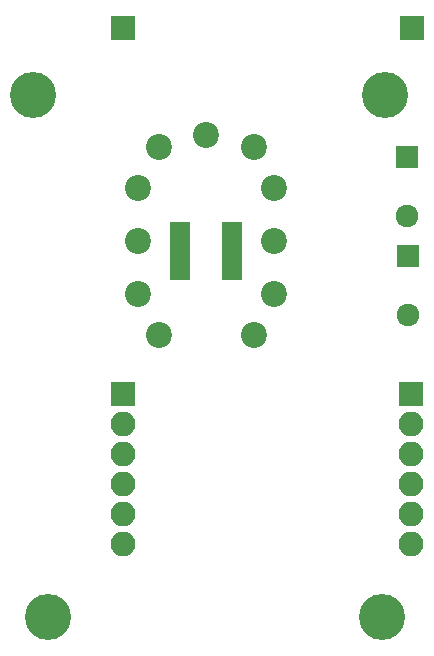
<source format=gts>
%TF.GenerationSoftware,KiCad,Pcbnew,4.0.7*%
%TF.CreationDate,2017-11-22T17:51:59+08:00*%
%TF.ProjectId,NixieTube_QS27,4E69786965547562655F515332372E6B,rev?*%
%TF.FileFunction,Soldermask,Top*%
%FSLAX46Y46*%
G04 Gerber Fmt 4.6, Leading zero omitted, Abs format (unit mm)*
G04 Created by KiCad (PCBNEW 4.0.7) date 11/22/17 17:51:59*
%MOMM*%
%LPD*%
G01*
G04 APERTURE LIST*
%ADD10C,0.100000*%
%ADD11R,1.700000X1.600000*%
%ADD12R,1.700000X1.800000*%
%ADD13C,3.900000*%
%ADD14R,2.100000X2.100000*%
%ADD15O,2.100000X2.100000*%
%ADD16R,1.924000X1.924000*%
%ADD17C,1.924000*%
%ADD18C,2.200000*%
G04 APERTURE END LIST*
D10*
D11*
X15950000Y-20900000D03*
X20350000Y-20900000D03*
D12*
X15950000Y-19300000D03*
X20350000Y-19300000D03*
X15950000Y-22500000D03*
X20350000Y-22500000D03*
D13*
X33030000Y-51900000D03*
X4700000Y-51900000D03*
X3500000Y-7700000D03*
X33300000Y-7700000D03*
D14*
X11100000Y-33000000D03*
D15*
X11100000Y-35540000D03*
X11100000Y-38080000D03*
X11100000Y-40620000D03*
X11100000Y-43160000D03*
X11100000Y-45700000D03*
D14*
X35500000Y-33000000D03*
D15*
X35500000Y-35540000D03*
X35500000Y-38080000D03*
X35500000Y-40620000D03*
X35500000Y-43160000D03*
X35500000Y-45700000D03*
D14*
X35550000Y-2000000D03*
X11100000Y-2000000D03*
D16*
X35150000Y-12950000D03*
D17*
X35150000Y-17950000D03*
D16*
X35200000Y-21300000D03*
D17*
X35200000Y-26300000D03*
D18*
X23893155Y-15535798D03*
X23893155Y-20035798D03*
X23893155Y-24535798D03*
X12393155Y-15535798D03*
X12393155Y-20035798D03*
X12393155Y-24535798D03*
X14143155Y-12035798D03*
X22143155Y-12035798D03*
X14143155Y-28035798D03*
X22143155Y-28035798D03*
X18143155Y-11035798D03*
M02*

</source>
